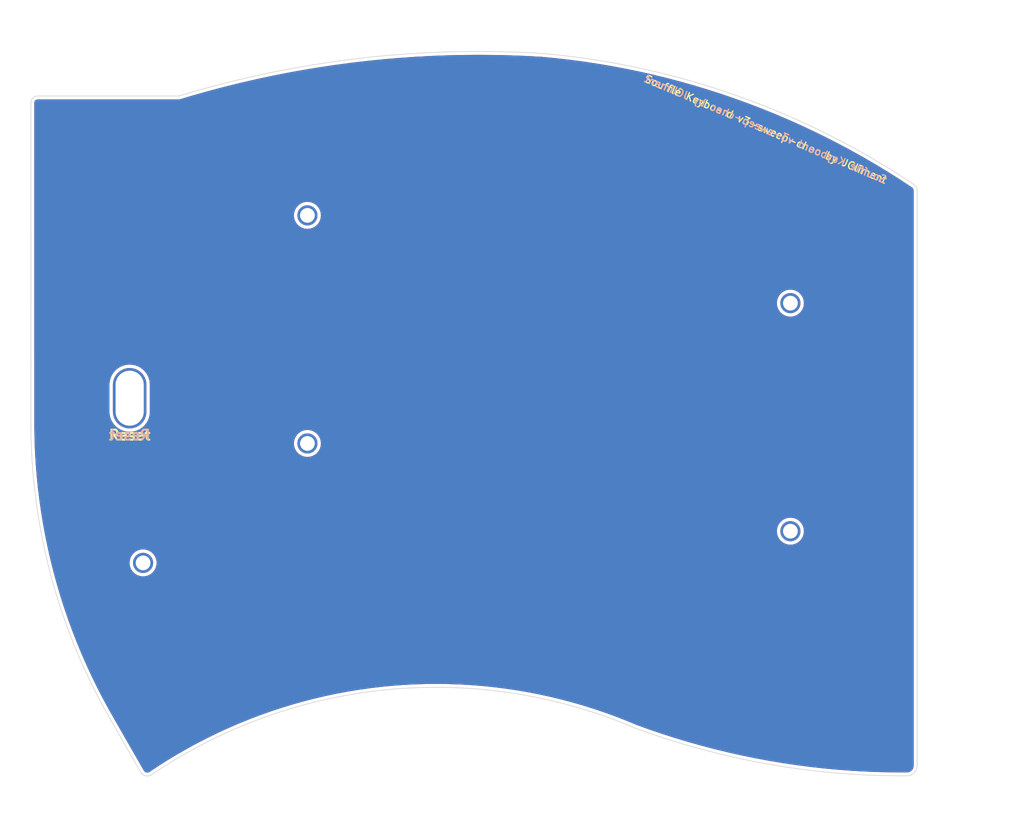
<source format=kicad_pcb>
(kicad_pcb (version 20211014) (generator pcbnew)
  (layers (0 "F.Cu" signal) (31 "B.Cu" signal) (34 "B.Paste" user) (35 "F.Paste" user) (36 "B.SilkS" user "B.Silkscreen") (37 "F.SilkS" user "F.Silkscreen") (38 "B.Mask" user) (39 "F.Mask" user) (44 "Edge.Cuts" user))
  (net 0 "")
  (net 1 "GND")
  (footprint "SofleKeyboard-footprint:M2_HOLE_PCB" (layer "F.Cu") (at 187.134 105.548139)
    (fp_text reference "TH2" hide)
    (fp_text value "HOLE")
    (pad "" thru_hole circle locked (at 0 0) (size 3 3) (drill 2.2) (layers F&B.Cu *.Mask "Dwgs.User"))
  )
  (footprint "SofleKeyboard-footprint:M2_HOLE_PCB" (layer "F.Cu") (at 88.634 85.723139)
    (fp_text reference "TH2" hide)
    (fp_text value "HOLE")
    (pad "" thru_hole oval locked (at 0 0) (size 5 9) (drill oval 4.2 8.2) (layers *.Cu *.Mask "Dwgs.User"))
  )
  (footprint "SofleKeyboard-footprint:M2_HOLE_PCB" (layer "F.Cu") (at 115.134 92.466139)
    (fp_text reference "TH2" hide)
    (fp_text value "HOLE")
    (pad "" thru_hole circle locked (at 0 0) (size 3 3) (drill 2.2) (layers F&B.Cu *.Mask "Dwgs.User"))
  )
  (footprint "SofleKeyboard-footprint:M2_HOLE_PCB" (layer "F.Cu") (at 90.634 110.273139)
    (fp_text reference "TH2" hide)
    (fp_text value "HOLE")
    (pad "" thru_hole circle locked (at 0 0) (size 3 3) (drill 2.2) (layers F&B.Cu *.Mask "Dwgs.User"))
  )
  (footprint "SofleKeyboard-footprint:M2_HOLE_PCB" (layer "F.Cu") (at 187.134 71.548139)
    (fp_text reference "TH2" hide)
    (fp_text value "HOLE")
    (pad "" thru_hole circle locked (at 0 0) (size 3 3) (drill 2.2) (layers F&B.Cu *.Mask "Dwgs.User"))
  )
  (footprint "SofleKeyboard-footprint:M2_HOLE_PCB" (layer "F.Cu") (at 115.134 58.466139)
    (fp_text reference "TH2" hide)
    (fp_text value "HOLE")
    (pad "" thru_hole circle locked (at 0 0) (size 3 3) (drill 2.2) (layers F&B.Cu *.Mask "Dwgs.User"))
  )
  (gr_line (start 90.40507 141.641469) (end 90.283386 141.469069) (layer "Edge.Cuts") (width 0.1))
  (gr_line (start 91.506976 142.022919) (end 91.302308 142.045119) (layer "Edge.Cuts") (width 0.1))
  (gr_line (start 90.283386 141.469069) (end 85.872 133.769139) (layer "Edge.Cuts") (width 0.1))
  (gr_line (start 95.983431 40.669459) (end 74.907857 40.669459) (layer "Edge.Cuts") (width 0.1))
  (gr_line (start 91.709202 141.962619) (end 91.881794 141.860999) (layer "Edge.Cuts") (width 0.1))
  (gr_line (start 90.720149 141.899419) (end 90.552207 141.785459) (layer "Edge.Cuts") (width 0.1))
  (gr_line (start 91.302308 142.045119) (end 91.099848 142.030819) (layer "Edge.Cuts") (width 0.1))
  (gr_arc (start 85.872 133.769139) (mid 77.043897 112.704637) (end 73.909257 90.081139) (layer "Edge.Cuts") (width 0.1))
  (gr_line (start 73.909257 90.081139) (end 73.907857 41.669459) (layer "Edge.Cuts") (width 0.1))
  (gr_arc (start 73.907857 41.669459) (mid 74.200744 40.962331) (end 74.907857 40.669459) (layer "Edge.Cuts") (width 0.1))
  (gr_arc (start 205.425586 53.791269) (mid 205.859761 54.208206) (end 206.023354 54.787504) (layer "Edge.Cuts") (width 0.1))
  (gr_arc (start 150.107857 34.323659) (mid 178.994956 40.567402) (end 205.425586 53.791269) (layer "Edge.Cuts") (width 0.1))
  (gr_arc (start 95.983431 40.669459) (mid 122.761645 35.07428) (end 150.107857 34.323659) (layer "Edge.Cuts") (width 0.1))
  (gr_line (start 91.709202 141.962619) (end 91.506976 142.022919) (layer "Edge.Cuts") (width 0.1))
  (gr_line (start 91.099848 142.030819) (end 90.904246 141.981719) (layer "Edge.Cuts") (width 0.1))
  (gr_arc (start 91.881794 141.860999) (mid 127.019026 129.176045) (end 163.934 134.873139) (layer "Edge.Cuts") (width 0.1))
  (gr_arc (start 206.023354 140.512504) (mid 205.584 141.573139) (end 204.523354 142.012504) (layer "Edge.Cuts") (width 0.1))
  (gr_line (start 90.904246 141.981719) (end 90.720149 141.899419) (layer "Edge.Cuts") (width 0.1))
  (gr_line (start 206.023354 54.787504) (end 206.023354 140.512504) (layer "Edge.Cuts") (width 0.1))
  (gr_arc (start 204.523354 142.012504) (mid 183.905135 140.282251) (end 163.934 134.873139) (layer "Edge.Cuts") (width 0.1))
  (gr_line (start 90.552207 141.785459) (end 90.40507 141.641469) (layer "Edge.Cuts") (width 0.1))
  (gr_text "Soufflé Keyboard v3-sweep-choc by JCliment" (at 183.445357 45.638209 -23) (layer "B.SilkS") (effects (font (size 1.1 1.1) (thickness 0.2)) (justify mirror)))
  (gr_text "Reset" (at 88.634 91.223139) (layer "B.SilkS") (effects (font (size 1.5 1.5) (thickness 0.3)) (justify mirror)))
  (gr_text "Soufflé Keyboard v3-sweep-choc by JCliment" (at 183.445357 45.638209 -23) (layer "F.SilkS") (effects (font (size 1.1 1.1) (thickness 0.2))))
  (gr_text "Reset" (at 88.634 91.223139) (layer "F.SilkS") (effects (font (size 1.5 1.5) (thickness 0.3))))
  (zone (net 1) (net_name "GND") (layers F&B.Cu) (connect_pads (clearance 0.508)) (min_thickness 0.254) (fill yes (thermal_gap 0.508) (thermal_bridge_width 0.508) (island_removal_mode 1) (island_area_min 0))
    (polygon (pts (xy 221.958 148.787139) (xy 69.304 148.787139) (xy 69.304 26.359139) (xy 221.958 26.359139)))
  )
)
</source>
